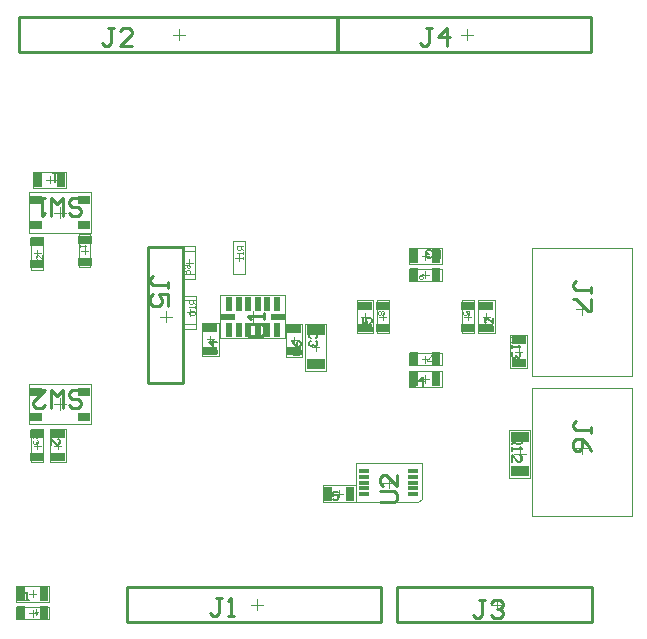
<source format=gtp>
G04*
G04 #@! TF.GenerationSoftware,Altium Limited,Altium Designer,22.7.1 (60)*
G04*
G04 Layer_Color=8421504*
%FSLAX25Y25*%
%MOIN*%
G70*
G04*
G04 #@! TF.SameCoordinates,FBDB1D81-1F97-4559-A255-E9B88A778833*
G04*
G04*
G04 #@! TF.FilePolarity,Positive*
G04*
G01*
G75*
%ADD11C,0.00984*%
%ADD13C,0.00394*%
%ADD14C,0.01000*%
%ADD15C,0.00866*%
%ADD16C,0.00591*%
%ADD17R,0.03543X0.01201*%
%ADD18R,0.05118X0.02756*%
%ADD19R,0.03937X0.02756*%
%ADD20R,0.02756X0.05118*%
%ADD21R,0.04508X0.02165*%
%ADD22R,0.02165X0.04508*%
%ADD23R,0.06299X0.03543*%
D11*
X63494Y129234D02*
X75305D01*
X63494Y83880D02*
Y129234D01*
Y83880D02*
X75305D01*
Y129234D01*
X20495Y194095D02*
Y205906D01*
Y194095D02*
X126873D01*
Y205906D01*
X20495D02*
X126873D01*
X126495D02*
X211219D01*
Y194095D02*
Y205906D01*
X126495Y194095D02*
X211219D01*
X126495D02*
Y205906D01*
X146495Y4095D02*
Y15905D01*
Y4095D02*
X211534D01*
Y15905D01*
X146495D02*
X211534D01*
X56495Y4095D02*
Y15905D01*
Y4095D02*
X141219D01*
Y15905D01*
X56495D02*
X141219D01*
X75305Y83880D02*
Y129234D01*
X63494Y83880D02*
X75305D01*
X63494D02*
Y129234D01*
X75305D01*
X20495Y205906D02*
X126873D01*
Y194095D02*
Y205906D01*
X20495Y194095D02*
X126873D01*
X20495D02*
Y205906D01*
X126495Y194095D02*
Y205906D01*
Y194095D02*
X211219D01*
Y205906D01*
X126495D02*
X211219D01*
X146495Y15905D02*
X211534D01*
Y4095D02*
Y15905D01*
X146495Y4095D02*
X211534D01*
X146495D02*
Y15905D01*
X56495D02*
X141219D01*
Y4095D02*
Y15905D01*
X56495Y4095D02*
X141219D01*
X56495D02*
Y15905D01*
D13*
X75196Y120079D02*
X79133D01*
X75196Y127953D02*
X79133D01*
X75196Y120079D02*
Y127953D01*
X79133Y120079D02*
Y127953D01*
X75589Y111417D02*
X79526D01*
X75589Y103543D02*
X79526D01*
Y111417D01*
X75589Y103543D02*
Y111417D01*
X67431Y106005D02*
X71368D01*
X69399Y104037D02*
Y107974D01*
X132676Y44193D02*
Y57087D01*
X154723D01*
Y45276D02*
Y57087D01*
X153640Y44193D02*
X154723Y45276D01*
X132676Y44193D02*
X153640D01*
X143700Y48720D02*
Y52658D01*
X141731Y50689D02*
X145668D01*
X73723Y198031D02*
Y201969D01*
X71755Y200000D02*
X75692D01*
X167755D02*
X171692D01*
X169723Y198031D02*
Y201969D01*
X81495Y92913D02*
X87007D01*
Y103937D01*
X81495D02*
X87007D01*
X81495Y92913D02*
Y103937D01*
X84251Y97244D02*
Y99606D01*
X83070Y98425D02*
X85432D01*
X23900Y70079D02*
X24800D01*
X44373D01*
X23900D02*
Y83465D01*
X44373D01*
Y70079D02*
Y83465D01*
X32168Y76772D02*
X36105D01*
X34137Y74803D02*
Y78740D01*
X23900Y133993D02*
X24800D01*
X44373D01*
X23900D02*
Y147379D01*
X44373D01*
Y133993D02*
Y147379D01*
X32168Y140686D02*
X36105D01*
X34137Y138717D02*
Y142654D01*
X184251Y99803D02*
X189763D01*
X184251Y88779D02*
Y99803D01*
Y88779D02*
X189763D01*
Y99803D01*
X187007Y93110D02*
Y95472D01*
X185826Y94291D02*
X188188D01*
X191633Y82185D02*
X224704D01*
X191633Y39665D02*
Y82185D01*
Y39665D02*
X224704D01*
Y82185D01*
X208168Y60138D02*
Y64075D01*
X206200Y62106D02*
X210137D01*
X191633Y128740D02*
X224704D01*
X191633Y86221D02*
Y128740D01*
Y86221D02*
X224704D01*
Y128740D01*
X208168Y106693D02*
Y110630D01*
X206200Y108661D02*
X210137D01*
X26574Y125984D02*
Y128347D01*
X25392Y127165D02*
X27755D01*
X24605Y121653D02*
X28542D01*
Y132677D01*
X24605D02*
X28542D01*
X24605Y121653D02*
Y132677D01*
X173522Y100445D02*
X179034D01*
Y111469D01*
X173522D02*
X179034D01*
X173522Y100445D02*
Y111469D01*
X176278Y104776D02*
Y107138D01*
X175097Y105957D02*
X177459D01*
X170037Y104776D02*
Y107138D01*
X168856Y105957D02*
X171219D01*
X168069Y111469D02*
X172006D01*
X168069Y100445D02*
Y111469D01*
Y100445D02*
X172006D01*
Y111469D01*
X154723Y119960D02*
X157085D01*
X155904Y118779D02*
Y121142D01*
X150392Y117992D02*
Y121929D01*
Y117992D02*
X161416D01*
Y121929D01*
X150392D02*
X161416D01*
Y123378D02*
Y128890D01*
X150392D02*
X161416D01*
X150392Y123378D02*
Y128890D01*
Y123378D02*
X161416D01*
X154723Y126134D02*
X157085D01*
X155904Y124953D02*
Y127315D01*
X141797Y104776D02*
Y107138D01*
X140616Y105957D02*
X142979D01*
X139829Y111469D02*
X143766D01*
X139829Y100445D02*
Y111469D01*
Y100445D02*
X143766D01*
Y111469D01*
X134644Y105957D02*
X137007D01*
X135826Y104776D02*
Y107138D01*
X133070Y100445D02*
Y111469D01*
X138582D01*
Y100445D02*
Y111469D01*
X133070Y100445D02*
X138582D01*
X30707Y150394D02*
Y152756D01*
X29526Y151575D02*
X31889D01*
X25196Y148819D02*
X36219D01*
X25196D02*
Y154331D01*
X36219D01*
Y148819D02*
Y154331D01*
X44290Y122441D02*
Y133465D01*
X40353Y122441D02*
X44290D01*
X40353D02*
Y133465D01*
X44290D01*
X41140Y127953D02*
X43503D01*
X42322Y126772D02*
Y129134D01*
X28542Y57480D02*
Y68504D01*
X24605Y57480D02*
X28542D01*
X24605D02*
Y68504D01*
X28542D01*
X25392Y62992D02*
X27755D01*
X26574Y61811D02*
Y64173D01*
X32282Y62992D02*
X34644D01*
X33463Y61811D02*
Y64173D01*
X36219Y57480D02*
Y68504D01*
X30707Y57480D02*
X36219D01*
X30707D02*
Y68504D01*
X36219D01*
X87628Y98830D02*
Y113190D01*
X109281D01*
Y98830D02*
Y113190D01*
X87628Y98830D02*
X109281D01*
X98454Y104037D02*
Y107974D01*
X96486Y106005D02*
X100423D01*
X111022Y98132D02*
X113385D01*
X112204Y96951D02*
Y99313D01*
X109448Y92620D02*
Y103644D01*
X114959D01*
Y92620D02*
Y103644D01*
X109448Y92620D02*
X114959D01*
X115845Y103642D02*
X122932D01*
X115845Y87894D02*
Y103642D01*
Y87894D02*
X122932D01*
Y103642D01*
X119389Y94587D02*
Y96949D01*
X118207Y95768D02*
X120570D01*
X150392Y89764D02*
X161416D01*
X150392D02*
Y93701D01*
X161416D01*
Y89764D02*
Y93701D01*
X155904Y90551D02*
Y92913D01*
X154723Y91732D02*
X157085D01*
X150392Y82433D02*
Y87945D01*
Y82433D02*
X161416D01*
Y87945D01*
X150392D02*
X161416D01*
X154723Y85189D02*
X157085D01*
X155904Y84008D02*
Y86370D01*
X127164Y45768D02*
Y48130D01*
X125983Y46949D02*
X128345D01*
X121652Y49705D02*
X132676D01*
Y44193D02*
Y49705D01*
X121652Y44193D02*
X132676D01*
X121652D02*
Y49705D01*
X183857Y68110D02*
X190944D01*
X183857Y52362D02*
Y68110D01*
Y52362D02*
X190944D01*
Y68110D01*
X187400Y58268D02*
Y62205D01*
X185432Y60236D02*
X189369D01*
X179723Y8032D02*
Y11969D01*
X177755Y10000D02*
X181692D01*
X99723Y8032D02*
Y11969D01*
X97755Y10000D02*
X101692D01*
X19487Y10827D02*
Y16339D01*
Y10827D02*
X30511D01*
Y16339D01*
X19487D02*
X30511D01*
X23818Y13583D02*
X26180D01*
X24999Y12402D02*
Y14764D01*
X19487Y5118D02*
X30511D01*
X19487D02*
Y9055D01*
X30511D01*
Y5118D02*
Y9055D01*
X24999Y5906D02*
Y8268D01*
X23818Y7087D02*
X26180D01*
X93700Y124409D02*
Y126772D01*
X92519Y125591D02*
X94881D01*
X91731Y131102D02*
X95668D01*
Y120079D02*
Y131102D01*
X91731Y120079D02*
X95668D01*
X91731D02*
Y131102D01*
X77164Y122835D02*
Y125197D01*
X75983Y124016D02*
X78345D01*
X75196Y118504D02*
X79133D01*
X75196D02*
Y129528D01*
X79133D01*
Y118504D02*
Y129528D01*
X77558Y106299D02*
Y108661D01*
X76377Y107480D02*
X78739D01*
X75589Y112992D02*
X79526D01*
Y101969D02*
Y112992D01*
X75589Y101969D02*
X79526D01*
X75589D02*
Y112992D01*
X154723Y45276D02*
Y57087D01*
X153640Y44193D02*
X154723Y45276D01*
X132676Y44193D02*
X153640D01*
X132676D02*
Y57087D01*
X154723D01*
X81495Y92913D02*
X87007D01*
X81495D02*
Y103937D01*
X87007D01*
Y92913D02*
Y103937D01*
X23900Y70079D02*
X24800D01*
X44373D01*
Y83465D01*
X23900Y70079D02*
Y83465D01*
X44373D01*
X23900Y133993D02*
X24800D01*
X44373D01*
Y147379D01*
X23900Y133993D02*
Y147379D01*
X44373D01*
X184251Y99803D02*
X189763D01*
Y88779D02*
Y99803D01*
X184251Y88779D02*
X189763D01*
X184251D02*
Y99803D01*
X191633Y82185D02*
X224704D01*
Y39665D02*
Y82185D01*
X191633Y39665D02*
X224704D01*
X191633D02*
Y82185D01*
Y128740D02*
X224704D01*
Y86221D02*
Y128740D01*
X191633Y86221D02*
X224704D01*
X191633D02*
Y128740D01*
X24605Y121653D02*
X28542D01*
Y132677D01*
X24605D02*
X28542D01*
X24605Y121653D02*
Y132677D01*
X173522Y100445D02*
X179034D01*
X173522D02*
Y111469D01*
X179034D01*
Y100445D02*
Y111469D01*
X168069D02*
X172006D01*
X168069Y100445D02*
Y111469D01*
Y100445D02*
X172006D01*
Y111469D01*
X150392Y117992D02*
Y121929D01*
Y117992D02*
X161416D01*
Y121929D01*
X150392D02*
X161416D01*
Y123378D02*
Y128890D01*
X150392Y123378D02*
X161416D01*
X150392D02*
Y128890D01*
X161416D01*
X139829Y111469D02*
X143766D01*
X139829Y100445D02*
Y111469D01*
Y100445D02*
X143766D01*
Y111469D01*
X138582Y100445D02*
Y111469D01*
X133070D02*
X138582D01*
X133070Y100445D02*
Y111469D01*
Y100445D02*
X138582D01*
X25196Y154331D02*
X36219D01*
X25196Y148819D02*
Y154331D01*
Y148819D02*
X36219D01*
Y154331D01*
X44290Y122441D02*
Y133465D01*
X40353Y122441D02*
X44290D01*
X40353D02*
Y133465D01*
X44290D01*
X28542Y57480D02*
Y68504D01*
X24605Y57480D02*
X28542D01*
X24605D02*
Y68504D01*
X28542D01*
X30707Y57480D02*
Y68504D01*
Y57480D02*
X36219D01*
Y68504D01*
X30707D02*
X36219D01*
X109281Y98830D02*
Y113190D01*
X87628D02*
X109281D01*
X87628Y98830D02*
X109281D01*
X87628D02*
Y113190D01*
X114959Y92620D02*
Y103644D01*
X109448D02*
X114959D01*
X109448Y92620D02*
Y103644D01*
Y92620D02*
X114959D01*
X115845Y103642D02*
X122932D01*
Y87894D02*
Y103642D01*
X115845Y87894D02*
X122932D01*
X115845D02*
Y103642D01*
X150392Y89764D02*
X161416D01*
X150392D02*
Y93701D01*
X161416D01*
Y89764D02*
Y93701D01*
X150392Y82433D02*
Y87945D01*
X161416D01*
Y82433D02*
Y87945D01*
X150392Y82433D02*
X161416D01*
X121652Y44193D02*
X132676D01*
Y49705D01*
X121652D02*
X132676D01*
X121652Y44193D02*
Y49705D01*
X190944Y52362D02*
Y68110D01*
X183857Y52362D02*
X190944D01*
X183857Y68110D02*
X190944D01*
X183857Y52362D02*
Y68110D01*
X19487Y10827D02*
Y16339D01*
X30511D01*
Y10827D02*
Y16339D01*
X19487Y10827D02*
X30511D01*
X19487Y5118D02*
X30511D01*
X19487D02*
Y9055D01*
X30511D01*
Y5118D02*
Y9055D01*
X28148Y123228D02*
X26180D01*
Y124212D01*
X26509Y124540D01*
X27165D01*
X27492Y124212D01*
Y123228D01*
Y123884D02*
X28148Y124540D01*
Y126508D02*
Y125196D01*
X26836Y126508D01*
X26509D01*
X26180Y126180D01*
Y125524D01*
X26509Y125196D01*
X168463Y109894D02*
X170431D01*
Y108910D01*
X170103Y108582D01*
X169447D01*
X169119Y108910D01*
Y109894D01*
Y109238D02*
X168463Y108582D01*
X170431Y106614D02*
Y107926D01*
X169447D01*
X169774Y107270D01*
Y106942D01*
X169447Y106614D01*
X168791D01*
X168463Y106942D01*
Y107598D01*
X168791Y107926D01*
X151967Y118386D02*
Y120353D01*
X152951D01*
X153279Y120026D01*
Y119370D01*
X152951Y119042D01*
X151967D01*
X152623D02*
X153279Y118386D01*
X155247Y120353D02*
X154591Y120026D01*
X153935Y119370D01*
Y118714D01*
X154263Y118386D01*
X154919D01*
X155247Y118714D01*
Y119042D01*
X154919Y119370D01*
X153935D01*
X140223Y109894D02*
X142191D01*
Y108910D01*
X141863Y108582D01*
X141207D01*
X140879Y108910D01*
Y109894D01*
Y109238D02*
X140223Y108582D01*
X141863Y107926D02*
X142191Y107598D01*
Y106942D01*
X141863Y106614D01*
X141535D01*
X141207Y106942D01*
X140879Y106614D01*
X140551D01*
X140223Y106942D01*
Y107598D01*
X140551Y107926D01*
X140879D01*
X141207Y107598D01*
X141535Y107926D01*
X141863D01*
X141207Y107598D02*
Y106942D01*
X40747Y131890D02*
X42715D01*
Y130906D01*
X42387Y130578D01*
X41731D01*
X41403Y130906D01*
Y131890D01*
Y131234D02*
X40747Y130578D01*
Y129922D02*
Y129266D01*
Y129594D01*
X42715D01*
X42387Y129922D01*
X24999Y66929D02*
X26967D01*
Y65945D01*
X26639Y65617D01*
X25983D01*
X25655Y65945D01*
Y66929D01*
Y66273D02*
X24999Y65617D01*
X26639Y64961D02*
X26967Y64633D01*
Y63977D01*
X26639Y63649D01*
X26311D01*
X25983Y63977D01*
Y64305D01*
Y63977D01*
X25655Y63649D01*
X25327D01*
X24999Y63977D01*
Y64633D01*
X25327Y64961D01*
X159841Y93307D02*
Y91339D01*
X158857D01*
X158529Y91667D01*
Y92323D01*
X158857Y92651D01*
X159841D01*
X159185D02*
X158529Y93307D01*
X157873Y91339D02*
X156562D01*
Y91667D01*
X157873Y92979D01*
Y93307D01*
X28936Y8661D02*
Y6694D01*
X27952D01*
X27624Y7022D01*
Y7677D01*
X27952Y8005D01*
X28936D01*
X28280D02*
X27624Y8661D01*
X25984D02*
Y6694D01*
X26968Y7677D01*
X25656D01*
X91731Y131102D02*
X95668D01*
Y120079D02*
Y131102D01*
X91731Y120079D02*
X95668D01*
X91731D02*
Y131102D01*
X75196Y118504D02*
X79133D01*
X75196D02*
Y129528D01*
X79133D01*
Y118504D02*
Y129528D01*
X75589Y112992D02*
X79526D01*
Y101969D02*
Y112992D01*
X75589Y101969D02*
X79526D01*
X75589D02*
Y112992D01*
X95274Y129528D02*
X93306D01*
Y128544D01*
X93634Y128216D01*
X94290D01*
X94618Y128544D01*
Y129528D01*
Y128872D02*
X95274Y128216D01*
Y127560D02*
Y126904D01*
Y127232D01*
X93306D01*
X93634Y127560D01*
X95274Y125920D02*
Y125264D01*
Y125592D01*
X93306D01*
X93634Y125920D01*
X75589Y120079D02*
X77557D01*
Y121063D01*
X77229Y121391D01*
X76573D01*
X76245Y121063D01*
Y120079D01*
Y120735D02*
X75589Y121391D01*
X75917Y122047D02*
X75589Y122375D01*
Y123030D01*
X75917Y123359D01*
X77229D01*
X77557Y123030D01*
Y122375D01*
X77229Y122047D01*
X76901D01*
X76573Y122375D01*
Y123359D01*
X79133Y111417D02*
X77165D01*
Y110433D01*
X77493Y110105D01*
X78149D01*
X78477Y110433D01*
Y111417D01*
Y110761D02*
X79133Y110105D01*
Y109450D02*
Y108793D01*
Y109122D01*
X77165D01*
X77493Y109450D01*
Y107810D02*
X77165Y107482D01*
Y106826D01*
X77493Y106498D01*
X78805D01*
X79133Y106826D01*
Y107482D01*
X78805Y107810D01*
X77493D01*
D14*
X70137Y115655D02*
Y117654D01*
Y116654D01*
X65138D01*
X64139Y117654D01*
Y118654D01*
X65138Y119653D01*
X70137Y109657D02*
Y113655D01*
X67138D01*
X68137Y111656D01*
Y110656D01*
X67138Y109657D01*
X65138D01*
X64139Y110656D01*
Y112656D01*
X65138Y113655D01*
X52147Y202077D02*
X50148D01*
X51147D01*
Y197078D01*
X50148Y196079D01*
X49148D01*
X48148Y197078D01*
X58145Y196079D02*
X54146D01*
X58145Y200077D01*
Y201077D01*
X57146Y202077D01*
X55146D01*
X54146Y201077D01*
X158147Y202077D02*
X156148D01*
X157147D01*
Y197078D01*
X156148Y196079D01*
X155148D01*
X154148Y197078D01*
X163145Y196079D02*
Y202077D01*
X160146Y199078D01*
X164145D01*
X37012Y76679D02*
X38012Y75679D01*
X40011D01*
X41011Y76679D01*
Y77678D01*
X40011Y78678D01*
X38012D01*
X37012Y79678D01*
Y80677D01*
X38012Y81677D01*
X40011D01*
X41011Y80677D01*
X35013Y75679D02*
Y81677D01*
X33013Y79678D01*
X31014Y81677D01*
Y75679D01*
X25016Y81677D02*
X29015D01*
X25016Y77678D01*
Y76679D01*
X26015Y75679D01*
X28015D01*
X29015Y76679D01*
X37012Y140593D02*
X38012Y139593D01*
X40011D01*
X41011Y140593D01*
Y141593D01*
X40011Y142592D01*
X38012D01*
X37012Y143592D01*
Y144592D01*
X38012Y145591D01*
X40011D01*
X41011Y144592D01*
X35013Y139593D02*
Y145591D01*
X33013Y143592D01*
X31014Y145591D01*
Y139593D01*
X29015Y145591D02*
X27015D01*
X28015D01*
Y139593D01*
X29015Y140593D01*
X211239Y67222D02*
Y69222D01*
Y68222D01*
X206240D01*
X205241Y69222D01*
Y70221D01*
X206240Y71221D01*
X211239Y61224D02*
X210239Y63224D01*
X208240Y65223D01*
X206240D01*
X205241Y64223D01*
Y62224D01*
X206240Y61224D01*
X207240D01*
X208240Y62224D01*
Y65223D01*
X211239Y113777D02*
Y115777D01*
Y114777D01*
X206240D01*
X205241Y115777D01*
Y116776D01*
X206240Y117776D01*
X211239Y111778D02*
Y107779D01*
X210239D01*
X206240Y111778D01*
X205241D01*
X175940Y11673D02*
X173941D01*
X174940D01*
Y6674D01*
X173941Y5675D01*
X172941D01*
X171941Y6674D01*
X177939Y10673D02*
X178939Y11673D01*
X180938D01*
X181938Y10673D01*
Y9673D01*
X180938Y8674D01*
X179938D01*
X180938D01*
X181938Y7674D01*
Y6674D01*
X180938Y5675D01*
X178939D01*
X177939Y6674D01*
X88147Y12077D02*
X86148D01*
X87147D01*
Y7078D01*
X86148Y6079D01*
X85148D01*
X84148Y7078D01*
X90146Y6079D02*
X92146D01*
X91146D01*
Y12077D01*
X90146Y11077D01*
D15*
X140867Y44075D02*
X145458D01*
X146377Y44993D01*
Y46830D01*
X145458Y47748D01*
X140867D01*
X146377Y53258D02*
Y49585D01*
X142703Y53258D01*
X141785D01*
X140867Y52340D01*
Y50503D01*
X141785Y49585D01*
X96775Y99696D02*
X101367D01*
X102285Y100615D01*
Y102451D01*
X101367Y103370D01*
X96775D01*
X102285Y105206D02*
Y107043D01*
Y106125D01*
X96775D01*
X97693Y105206D01*
D16*
X84120Y95341D02*
X83661Y94881D01*
Y93963D01*
X84120Y93504D01*
X85957D01*
X86416Y93963D01*
Y94881D01*
X85957Y95341D01*
X86416Y97636D02*
X83661D01*
X85039Y96259D01*
Y98096D01*
X184841Y99213D02*
X187596D01*
Y97835D01*
X187137Y97376D01*
X186219D01*
X185760Y97835D01*
Y99213D01*
Y98294D02*
X184841Y97376D01*
Y96458D02*
Y95539D01*
Y95998D01*
X187596D01*
X187137Y96458D01*
Y94162D02*
X187596Y93703D01*
Y92784D01*
X187137Y92325D01*
X186678D01*
X186219Y92784D01*
Y93243D01*
Y92784D01*
X185760Y92325D01*
X185301D01*
X184841Y92784D01*
Y93703D01*
X185301Y94162D01*
X175689Y101036D02*
X178444D01*
Y102413D01*
X177984Y102872D01*
X176148D01*
X175689Y102413D01*
Y101036D01*
X178444Y105627D02*
Y103791D01*
X176607Y105627D01*
X176148D01*
X175689Y105168D01*
Y104250D01*
X176148Y103791D01*
X160826Y125545D02*
Y128299D01*
X159448D01*
X158989Y127840D01*
Y126004D01*
X159448Y125545D01*
X160826D01*
X158071Y126004D02*
X157611Y125545D01*
X156693D01*
X156234Y126004D01*
Y126463D01*
X156693Y126922D01*
X157152D01*
X156693D01*
X156234Y127381D01*
Y127840D01*
X156693Y128299D01*
X157611D01*
X158071Y127840D01*
X135236Y101036D02*
X137991D01*
Y102413D01*
X137532Y102872D01*
X135695D01*
X135236Y102413D01*
Y101036D01*
Y105627D02*
Y103791D01*
X136613D01*
X136154Y104709D01*
Y105168D01*
X136613Y105627D01*
X137532D01*
X137991Y105168D01*
Y104250D01*
X137532Y103791D01*
X33792Y151444D02*
X34251Y150985D01*
X35170D01*
X35629Y151444D01*
Y153281D01*
X35170Y153740D01*
X34251D01*
X33792Y153281D01*
X32874Y153740D02*
X31955D01*
X32414D01*
Y150985D01*
X32874Y151444D01*
X33594Y66077D02*
X34053Y66536D01*
Y67454D01*
X33594Y67913D01*
X31757D01*
X31298Y67454D01*
Y66536D01*
X31757Y66077D01*
X31298Y63322D02*
Y65158D01*
X33135Y63322D01*
X33594D01*
X34053Y63781D01*
Y64699D01*
X33594Y65158D01*
X112073Y95047D02*
X111614Y94588D01*
Y93670D01*
X112073Y93211D01*
X113910D01*
X114369Y93670D01*
Y94588D01*
X113910Y95047D01*
X111614Y97802D02*
X112073Y96884D01*
X112991Y95966D01*
X113910D01*
X114369Y96425D01*
Y97343D01*
X113910Y97802D01*
X113451D01*
X112991Y97343D01*
Y95966D01*
X119519Y98852D02*
X119978Y99312D01*
Y100230D01*
X119519Y100689D01*
X117682D01*
X117223Y100230D01*
Y99312D01*
X117682Y98852D01*
X119519Y97934D02*
X119978Y97475D01*
Y96556D01*
X119519Y96097D01*
X119060D01*
X118601Y96556D01*
Y97016D01*
Y96556D01*
X118141Y96097D01*
X117682D01*
X117223Y96556D01*
Y97475D01*
X117682Y97934D01*
X150983Y85779D02*
Y83024D01*
X152360D01*
X152820Y83483D01*
Y85320D01*
X152360Y85779D01*
X150983D01*
X155116Y83024D02*
Y85779D01*
X153738Y84401D01*
X155575D01*
X124080Y47079D02*
X123620Y47539D01*
X122702D01*
X122243Y47079D01*
Y45243D01*
X122702Y44783D01*
X123620D01*
X124080Y45243D01*
X126835Y47539D02*
X124998D01*
Y46161D01*
X125916Y46620D01*
X126375D01*
X126835Y46161D01*
Y45243D01*
X126375Y44783D01*
X125457D01*
X124998Y45243D01*
X184841Y65551D02*
X187990D01*
Y63977D01*
X187465Y63452D01*
X186416D01*
X185891Y63977D01*
Y65551D01*
Y64502D02*
X184841Y63452D01*
Y62403D02*
Y61353D01*
Y61878D01*
X187990D01*
X187465Y62403D01*
X184841Y57680D02*
Y59779D01*
X186940Y57680D01*
X187465D01*
X187990Y58205D01*
Y59254D01*
X187465Y59779D01*
X20077Y14172D02*
Y11417D01*
X21455D01*
X21914Y11876D01*
Y13713D01*
X21455Y14172D01*
X20077D01*
X22832Y11417D02*
X23751D01*
X23292D01*
Y14172D01*
X22832Y13713D01*
D17*
X135432Y46752D02*
D03*
Y48720D02*
D03*
Y50689D02*
D03*
Y52658D02*
D03*
Y54626D02*
D03*
X151967Y46752D02*
D03*
Y48720D02*
D03*
Y50689D02*
D03*
Y52658D02*
D03*
Y54626D02*
D03*
D18*
X84251Y102165D02*
D03*
Y94685D02*
D03*
X187007Y90551D02*
D03*
Y98032D02*
D03*
X26574Y130905D02*
D03*
Y123425D02*
D03*
X176278Y109697D02*
D03*
Y102217D02*
D03*
X170037Y102217D02*
D03*
Y109697D02*
D03*
X141797Y102217D02*
D03*
Y109697D02*
D03*
X135826Y102217D02*
D03*
Y109697D02*
D03*
X42322Y131693D02*
D03*
Y124213D02*
D03*
X26574Y66732D02*
D03*
Y59252D02*
D03*
X33463Y66732D02*
D03*
Y59252D02*
D03*
X112204Y94392D02*
D03*
Y101872D02*
D03*
D19*
X26263Y72539D02*
D03*
Y81004D02*
D03*
X42011Y72539D02*
D03*
Y81004D02*
D03*
X26263Y136454D02*
D03*
Y144918D02*
D03*
X42011Y136454D02*
D03*
Y144918D02*
D03*
D20*
X159644Y119960D02*
D03*
X152164D02*
D03*
Y126134D02*
D03*
X159644D02*
D03*
X34448Y151575D02*
D03*
X26967D02*
D03*
X159644Y91732D02*
D03*
X152164D02*
D03*
X159644Y85189D02*
D03*
X152164D02*
D03*
X123424Y46949D02*
D03*
X130904D02*
D03*
X28739Y13583D02*
D03*
X21259D02*
D03*
X28739Y7087D02*
D03*
X21259D02*
D03*
D21*
X106712Y106005D02*
D03*
X90197D02*
D03*
D22*
X106328Y110326D02*
D03*
X103179D02*
D03*
X100029D02*
D03*
X96880D02*
D03*
X93730D02*
D03*
X106328Y101685D02*
D03*
X103179D02*
D03*
X100029D02*
D03*
X96880D02*
D03*
X93730D02*
D03*
X90580D02*
D03*
Y110326D02*
D03*
D23*
X119389Y90059D02*
D03*
Y101476D02*
D03*
X187400Y54528D02*
D03*
Y65945D02*
D03*
M02*

</source>
